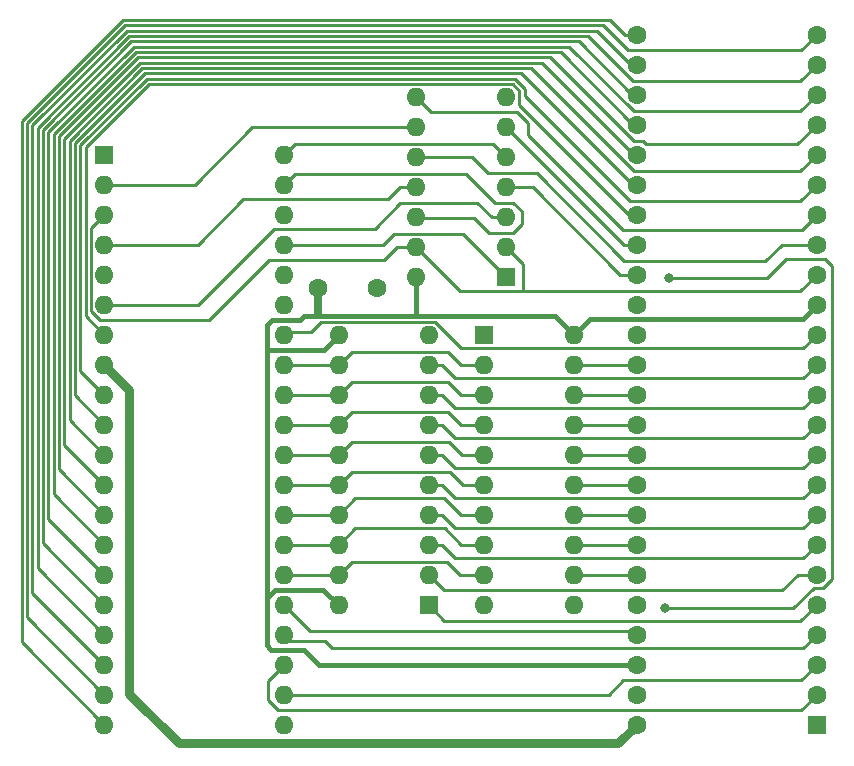
<source format=gtl>
G04 #@! TF.GenerationSoftware,KiCad,Pcbnew,(5.1.8)-1*
G04 #@! TF.CreationDate,2020-12-27T21:30:31-08:00*
G04 #@! TF.ProjectId,MCL65+,4d434c36-352b-42e6-9b69-6361645f7063,rev?*
G04 #@! TF.SameCoordinates,Original*
G04 #@! TF.FileFunction,Copper,L1,Top*
G04 #@! TF.FilePolarity,Positive*
%FSLAX46Y46*%
G04 Gerber Fmt 4.6, Leading zero omitted, Abs format (unit mm)*
G04 Created by KiCad (PCBNEW (5.1.8)-1) date 2020-12-27 21:30:31*
%MOMM*%
%LPD*%
G01*
G04 APERTURE LIST*
G04 #@! TA.AperFunction,ComponentPad*
%ADD10C,1.600000*%
G04 #@! TD*
G04 #@! TA.AperFunction,ComponentPad*
%ADD11O,1.600000X1.600000*%
G04 #@! TD*
G04 #@! TA.AperFunction,ComponentPad*
%ADD12R,1.600000X1.600000*%
G04 #@! TD*
G04 #@! TA.AperFunction,ViaPad*
%ADD13C,0.800000*%
G04 #@! TD*
G04 #@! TA.AperFunction,Conductor*
%ADD14C,0.250000*%
G04 #@! TD*
G04 #@! TA.AperFunction,Conductor*
%ADD15C,0.783400*%
G04 #@! TD*
G04 #@! TA.AperFunction,Conductor*
%ADD16C,0.304800*%
G04 #@! TD*
G04 #@! TA.AperFunction,Conductor*
%ADD17C,0.382080*%
G04 #@! TD*
G04 #@! TA.AperFunction,Conductor*
%ADD18C,0.635000*%
G04 #@! TD*
G04 APERTURE END LIST*
D10*
X95119200Y-105562400D03*
X90119200Y-105562400D03*
D11*
X98425000Y-104673400D03*
X106045000Y-89433400D03*
X98425000Y-102133400D03*
X106045000Y-91973400D03*
X98425000Y-99593400D03*
X106045000Y-94513400D03*
X98425000Y-97053400D03*
X106045000Y-97053400D03*
X98425000Y-94513400D03*
X106045000Y-99593400D03*
X98425000Y-91973400D03*
X106045000Y-102133400D03*
X98425000Y-89433400D03*
D12*
X106045000Y-104673400D03*
D11*
X91846400Y-132435600D03*
X99466400Y-109575600D03*
X91846400Y-129895600D03*
X99466400Y-112115600D03*
X91846400Y-127355600D03*
X99466400Y-114655600D03*
X91846400Y-124815600D03*
X99466400Y-117195600D03*
X91846400Y-122275600D03*
X99466400Y-119735600D03*
X91846400Y-119735600D03*
X99466400Y-122275600D03*
X91846400Y-117195600D03*
X99466400Y-124815600D03*
X91846400Y-114655600D03*
X99466400Y-127355600D03*
X91846400Y-112115600D03*
X99466400Y-129895600D03*
X91846400Y-109575600D03*
D12*
X99466400Y-132435600D03*
D10*
X117094000Y-142544800D03*
X117094000Y-140004800D03*
X117094000Y-137464800D03*
X117094000Y-134924800D03*
X117094000Y-132384800D03*
X117094000Y-129844800D03*
X117094000Y-127304800D03*
X117094000Y-124764800D03*
X117094000Y-122224800D03*
X117094000Y-119684800D03*
X117094000Y-117144800D03*
X117094000Y-114604800D03*
X117094000Y-112064800D03*
X117094000Y-109524800D03*
D12*
X132334000Y-142544800D03*
D10*
X132334000Y-140004800D03*
X132334000Y-137464800D03*
X132334000Y-134924800D03*
X132334000Y-132384800D03*
X132334000Y-129844800D03*
X132334000Y-127304800D03*
X132334000Y-124764800D03*
X132334000Y-122224800D03*
X132334000Y-119684800D03*
X132334000Y-117144800D03*
X132334000Y-114604800D03*
X132334000Y-112064800D03*
X117094000Y-106984800D03*
X117094000Y-104444800D03*
X117094000Y-101904800D03*
X117094000Y-99364800D03*
X117094000Y-96824800D03*
X117094000Y-94284800D03*
X117094000Y-91744800D03*
X117094000Y-89204800D03*
X117094000Y-86664800D03*
X117094000Y-84124800D03*
X132334000Y-84124800D03*
X132334000Y-86664800D03*
X132334000Y-89204800D03*
X132334000Y-91744800D03*
X132334000Y-109524800D03*
X132334000Y-106984800D03*
X132334000Y-104444800D03*
X132334000Y-94284800D03*
X132334000Y-96824800D03*
X132334000Y-99364800D03*
X132334000Y-101904800D03*
D12*
X72009000Y-94284800D03*
D11*
X87249000Y-142544800D03*
X72009000Y-96824800D03*
X87249000Y-140004800D03*
X72009000Y-99364800D03*
X87249000Y-137464800D03*
X72009000Y-101904800D03*
X87249000Y-134924800D03*
X72009000Y-104444800D03*
X87249000Y-132384800D03*
X72009000Y-106984800D03*
X87249000Y-129844800D03*
X72009000Y-109524800D03*
X87249000Y-127304800D03*
X72009000Y-112064800D03*
X87249000Y-124764800D03*
X72009000Y-114604800D03*
X87249000Y-122224800D03*
X72009000Y-117144800D03*
X87249000Y-119684800D03*
X72009000Y-119684800D03*
X87249000Y-117144800D03*
X72009000Y-122224800D03*
X87249000Y-114604800D03*
X72009000Y-124764800D03*
X87249000Y-112064800D03*
X72009000Y-127304800D03*
X87249000Y-109524800D03*
X72009000Y-129844800D03*
X87249000Y-106984800D03*
X72009000Y-132384800D03*
X87249000Y-104444800D03*
X72009000Y-134924800D03*
X87249000Y-101904800D03*
X72009000Y-137464800D03*
X87249000Y-99364800D03*
X72009000Y-140004800D03*
X87249000Y-96824800D03*
X72009000Y-142544800D03*
X87249000Y-94284800D03*
D12*
X104165400Y-109550200D03*
D11*
X111785400Y-132410200D03*
X104165400Y-112090200D03*
X111785400Y-129870200D03*
X104165400Y-114630200D03*
X111785400Y-127330200D03*
X104165400Y-117170200D03*
X111785400Y-124790200D03*
X104165400Y-119710200D03*
X111785400Y-122250200D03*
X104165400Y-122250200D03*
X111785400Y-119710200D03*
X104165400Y-124790200D03*
X111785400Y-117170200D03*
X104165400Y-127330200D03*
X111785400Y-114630200D03*
X104165400Y-129870200D03*
X111785400Y-112090200D03*
X104165400Y-132410200D03*
X111785400Y-109550200D03*
D13*
X119862600Y-104749600D03*
X119507000Y-132689600D03*
D14*
X84505800Y-91973400D02*
X98425000Y-91973400D01*
X79654400Y-96824800D02*
X84505800Y-91973400D01*
X72009000Y-96824800D02*
X79654400Y-96824800D01*
X115925600Y-138811000D02*
X114731800Y-140004800D01*
X114731800Y-140004800D02*
X87249000Y-140004800D01*
X130987800Y-138811000D02*
X115925600Y-138811000D01*
X132334000Y-137464800D02*
X130987800Y-138811000D01*
X85852000Y-138861800D02*
X87249000Y-137464800D01*
X85852000Y-140462000D02*
X85852000Y-138861800D01*
X86690200Y-141300200D02*
X85852000Y-140462000D01*
X131038600Y-141300200D02*
X86690200Y-141300200D01*
X132334000Y-140004800D02*
X131038600Y-141300200D01*
X97078800Y-97053400D02*
X98425000Y-97053400D01*
X96062800Y-98069400D02*
X97078800Y-97053400D01*
X83794600Y-98069400D02*
X96062800Y-98069400D01*
X79959200Y-101904800D02*
X83794600Y-98069400D01*
X72009000Y-101904800D02*
X79959200Y-101904800D01*
X87630000Y-135305800D02*
X87249000Y-134924800D01*
X87757000Y-135432800D02*
X87249000Y-134924800D01*
X90678000Y-135432800D02*
X87757000Y-135432800D01*
X91295001Y-136049801D02*
X90678000Y-135432800D01*
X131208999Y-136049801D02*
X91295001Y-136049801D01*
X132334000Y-134924800D02*
X131208999Y-136049801D01*
X117094000Y-134924800D02*
X116713000Y-135305800D01*
X89458800Y-134594600D02*
X87249000Y-132384800D01*
X116763800Y-134594600D02*
X89458800Y-134594600D01*
X117094000Y-134924800D02*
X116763800Y-134594600D01*
X97078800Y-98374200D02*
X103581200Y-98374200D01*
X104800400Y-99593400D02*
X106045000Y-99593400D01*
X94894400Y-100558600D02*
X97078800Y-98374200D01*
X103581200Y-98374200D02*
X104800400Y-99593400D01*
X86385400Y-100558600D02*
X94894400Y-100558600D01*
X79959200Y-106984800D02*
X86385400Y-100558600D01*
X72009000Y-106984800D02*
X79959200Y-106984800D01*
X91795600Y-129844800D02*
X91846400Y-129895600D01*
X87249000Y-129844800D02*
X91795600Y-129844800D01*
X102158800Y-129870200D02*
X104165400Y-129870200D01*
X101059199Y-128770599D02*
X102158800Y-129870200D01*
X92971401Y-128770599D02*
X101059199Y-128770599D01*
X91846400Y-129895600D02*
X92971401Y-128770599D01*
X70433989Y-107949789D02*
X72009000Y-109524800D01*
X70433989Y-93674809D02*
X70433989Y-107949789D01*
X106585001Y-88308399D02*
X75800399Y-88308399D01*
X75800399Y-88308399D02*
X70433989Y-93674809D01*
X107170001Y-88893399D02*
X106585001Y-88308399D01*
X107170001Y-90101201D02*
X107170001Y-88893399D01*
X116433600Y-99364800D02*
X107170001Y-90101201D01*
X117094000Y-99364800D02*
X116433600Y-99364800D01*
X91795600Y-127304800D02*
X91846400Y-127355600D01*
X87249000Y-127304800D02*
X91795600Y-127304800D01*
X102235000Y-127330200D02*
X104165400Y-127330200D01*
X100845401Y-125940601D02*
X102235000Y-127330200D01*
X93261399Y-125940601D02*
X100845401Y-125940601D01*
X91846400Y-127355600D02*
X93261399Y-125940601D01*
D15*
X74142600Y-114198400D02*
X72009000Y-112064800D01*
X74142600Y-139954000D02*
X74142600Y-114198400D01*
X78308200Y-144119600D02*
X74142600Y-139954000D01*
X115519200Y-144119600D02*
X78308200Y-144119600D01*
X117094000Y-142544800D02*
X115519200Y-144119600D01*
D14*
X91795600Y-124764800D02*
X91846400Y-124815600D01*
X87249000Y-124764800D02*
X91795600Y-124764800D01*
X102184200Y-124790200D02*
X104165400Y-124790200D01*
X100794601Y-123400601D02*
X102184200Y-124790200D01*
X93261399Y-123400601D02*
X100794601Y-123400601D01*
X91846400Y-124815600D02*
X93261399Y-123400601D01*
X132334000Y-96824800D02*
X130919001Y-98239799D01*
X107620011Y-89332011D02*
X116527799Y-98239799D01*
X107620011Y-88706999D02*
X107620011Y-89332011D01*
X106771402Y-87858390D02*
X107620011Y-88706999D01*
X116527799Y-98239799D02*
X130919001Y-98239799D01*
X75613999Y-87858389D02*
X106771402Y-87858390D01*
X69983980Y-112579780D02*
X69983980Y-93488408D01*
X69983980Y-93488408D02*
X75613999Y-87858389D01*
X72009000Y-114604800D02*
X69983980Y-112579780D01*
X91795600Y-122224800D02*
X91846400Y-122275600D01*
X87249000Y-122224800D02*
X91795600Y-122224800D01*
X102362000Y-122250200D02*
X104165400Y-122250200D01*
X101262399Y-121150599D02*
X102362000Y-122250200D01*
X92971401Y-121150599D02*
X101262399Y-121150599D01*
X91846400Y-122275600D02*
X92971401Y-121150599D01*
X116738400Y-96824800D02*
X117094000Y-96824800D01*
X107321980Y-87408380D02*
X116738400Y-96824800D01*
X75427600Y-87408380D02*
X107321980Y-87408380D01*
X69533971Y-93302007D02*
X75427600Y-87408380D01*
X69533971Y-114669771D02*
X69533971Y-93302007D01*
X72009000Y-117144800D02*
X69533971Y-114669771D01*
X91795600Y-119684800D02*
X91846400Y-119735600D01*
X87249000Y-119684800D02*
X91795600Y-119684800D01*
X102336600Y-119710200D02*
X104165400Y-119710200D01*
X101236999Y-118610599D02*
X102336600Y-119710200D01*
X92971401Y-118610599D02*
X101236999Y-118610599D01*
X91846400Y-119735600D02*
X92971401Y-118610599D01*
X132334000Y-94284800D02*
X130919001Y-95699799D01*
X116843997Y-95699799D02*
X130919001Y-95699799D01*
X108102568Y-86958370D02*
X116843997Y-95699799D01*
X75241200Y-86958370D02*
X108102568Y-86958370D01*
X69083962Y-93115606D02*
X75241200Y-86958370D01*
X69083961Y-116759761D02*
X69083962Y-93115606D01*
X72009000Y-119684800D02*
X69083961Y-116759761D01*
X91795600Y-117144800D02*
X91846400Y-117195600D01*
X87249000Y-117144800D02*
X91795600Y-117144800D01*
X102184200Y-117170200D02*
X104165400Y-117170200D01*
X101084599Y-116070599D02*
X102184200Y-117170200D01*
X92971401Y-116070599D02*
X101084599Y-116070599D01*
X91846400Y-117195600D02*
X92971401Y-116070599D01*
X116890800Y-94284800D02*
X117094000Y-94284800D01*
X109114360Y-86508360D02*
X116890800Y-94284800D01*
X75054800Y-86508360D02*
X109114360Y-86508360D01*
X68633953Y-92929205D02*
X75054800Y-86508360D01*
X68633953Y-118849753D02*
X68633953Y-92929205D01*
X72009000Y-122224800D02*
X68633953Y-118849753D01*
X91795600Y-114604800D02*
X91846400Y-114655600D01*
X87249000Y-114604800D02*
X91795600Y-114604800D01*
X102209600Y-114630200D02*
X104165400Y-114630200D01*
X101109999Y-113530599D02*
X102209600Y-114630200D01*
X92971401Y-113530599D02*
X101109999Y-113530599D01*
X91846400Y-114655600D02*
X92971401Y-113530599D01*
X117634001Y-93159799D02*
X117870002Y-93395800D01*
X130683000Y-93395800D02*
X132334000Y-91744800D01*
X117870002Y-93395800D02*
X130683000Y-93395800D01*
X116832599Y-93159799D02*
X117634001Y-93159799D01*
X109731150Y-86058350D02*
X116832599Y-93159799D01*
X74868400Y-86058350D02*
X109731150Y-86058350D01*
X68183944Y-92742804D02*
X74868400Y-86058350D01*
X68183943Y-120939743D02*
X68183944Y-92742804D01*
X72009000Y-124764800D02*
X68183943Y-120939743D01*
X91795600Y-112064800D02*
X91846400Y-112115600D01*
X87249000Y-112064800D02*
X91795600Y-112064800D01*
X101084599Y-110990599D02*
X102184200Y-112090200D01*
X92971401Y-110990599D02*
X101084599Y-110990599D01*
X102184200Y-112090200D02*
X104165400Y-112090200D01*
X91846400Y-112115600D02*
X92971401Y-110990599D01*
X116814600Y-91744800D02*
X117094000Y-91744800D01*
X110678141Y-85608341D02*
X116814600Y-91744800D01*
X67733935Y-92556403D02*
X74682001Y-85608341D01*
X67733935Y-123029735D02*
X67733935Y-92556403D01*
X74682001Y-85608341D02*
X110678141Y-85608341D01*
X72009000Y-127304800D02*
X67733935Y-123029735D01*
X89484200Y-109347000D02*
X87426800Y-109347000D01*
X100006401Y-108450599D02*
X90380601Y-108450599D01*
X102231003Y-110675201D02*
X100006401Y-108450599D01*
X115552001Y-110675201D02*
X102231003Y-110675201D01*
X87426800Y-109347000D02*
X87249000Y-109524800D01*
X115577401Y-110649801D02*
X115552001Y-110675201D01*
X90380601Y-108450599D02*
X89484200Y-109347000D01*
X131208999Y-110649801D02*
X115577401Y-110649801D01*
X132334000Y-109524800D02*
X131208999Y-110649801D01*
X132334000Y-89204800D02*
X130919001Y-90619799D01*
X111382529Y-85158331D02*
X116843997Y-90619799D01*
X116843997Y-90619799D02*
X130919001Y-90619799D01*
X74495601Y-85158331D02*
X111382529Y-85158331D01*
X67283926Y-92370002D02*
X74495601Y-85158331D01*
X67283926Y-125119726D02*
X67283926Y-92370002D01*
X72009000Y-129844800D02*
X67283926Y-125119726D01*
X116687600Y-89204800D02*
X117094000Y-89204800D01*
X112191121Y-84708321D02*
X116687600Y-89204800D01*
X74309201Y-84708321D02*
X112191121Y-84708321D01*
X66833917Y-92183601D02*
X74309201Y-84708321D01*
X66833916Y-127209716D02*
X66833917Y-92183601D01*
X72009000Y-132384800D02*
X66833916Y-127209716D01*
X130919001Y-88079799D02*
X132334000Y-86664800D01*
X116781799Y-88079799D02*
X130919001Y-88079799D01*
X112960311Y-84258311D02*
X116781799Y-88079799D01*
X74122801Y-84258311D02*
X112960311Y-84258311D01*
X66383908Y-91997200D02*
X74122801Y-84258311D01*
X66383908Y-129299708D02*
X66383908Y-91997200D01*
X72009000Y-134924800D02*
X66383908Y-129299708D01*
X87477600Y-102133400D02*
X87249000Y-101904800D01*
X116611400Y-86664800D02*
X117094000Y-86664800D01*
X113754901Y-83808301D02*
X116611400Y-86664800D01*
X73936401Y-83808301D02*
X113754901Y-83808301D01*
X65933898Y-131389698D02*
X65933899Y-91810799D01*
X65933899Y-91810799D02*
X73936401Y-83808301D01*
X72009000Y-137464800D02*
X65933898Y-131389698D01*
X131038600Y-85420200D02*
X132334000Y-84124800D01*
X114249200Y-83312000D02*
X116357400Y-85420200D01*
X116357400Y-85420200D02*
X131038600Y-85420200D01*
X73796288Y-83312000D02*
X114249200Y-83312000D01*
X65483890Y-91624398D02*
X73796288Y-83312000D01*
X65483890Y-133479690D02*
X65483890Y-91624398D01*
X72009000Y-140004800D02*
X65483890Y-133479690D01*
X65033881Y-135569681D02*
X72009000Y-142544800D01*
X65033881Y-91437997D02*
X65033881Y-135569681D01*
X73609888Y-82861990D02*
X65033881Y-91437997D01*
X114840590Y-82861990D02*
X73609888Y-82861990D01*
X116103400Y-84124800D02*
X114840590Y-82861990D01*
X117094000Y-84124800D02*
X116103400Y-84124800D01*
X111810800Y-132384800D02*
X111785400Y-132410200D01*
X104919999Y-93388399D02*
X106045000Y-94513400D01*
X88145401Y-93388399D02*
X104919999Y-93388399D01*
X87249000Y-94284800D02*
X88145401Y-93388399D01*
X99695000Y-90703400D02*
X98425000Y-89433400D01*
X106984800Y-90703400D02*
X99695000Y-90703400D01*
X107924600Y-91643200D02*
X106984800Y-90703400D01*
X107924600Y-92659200D02*
X107924600Y-91643200D01*
X115900200Y-100634800D02*
X107924600Y-92659200D01*
X131064000Y-100634800D02*
X115900200Y-100634800D01*
X71805800Y-99568000D02*
X72009000Y-99364800D01*
X117094000Y-101357398D02*
X117094000Y-101904800D01*
X115976400Y-101904800D02*
X117094000Y-101904800D01*
X106045000Y-91973400D02*
X115976400Y-101904800D01*
D16*
X117094000Y-137464800D02*
X116941600Y-137617200D01*
D17*
X131142959Y-108175841D02*
X113159759Y-108175841D01*
X132334000Y-106984800D02*
X131142959Y-108175841D01*
X90601800Y-110820200D02*
X91846400Y-109575600D01*
X85928200Y-110820200D02*
X90601800Y-110820200D01*
X111785400Y-109550200D02*
X110169749Y-107934549D01*
D14*
X98425000Y-107645200D02*
X98135651Y-107934549D01*
D17*
X98425000Y-104673400D02*
X98425000Y-107645200D01*
X110169749Y-107934549D02*
X98135651Y-107934549D01*
X85775800Y-110972600D02*
X85928200Y-110820200D01*
X85775800Y-108686600D02*
X85775800Y-110972600D01*
X86207600Y-108254800D02*
X85775800Y-108686600D01*
X88569800Y-108254800D02*
X86207600Y-108254800D01*
X88890051Y-107934549D02*
X88569800Y-108254800D01*
X85775800Y-131826000D02*
X85775800Y-110972600D01*
X86487000Y-131114800D02*
X90525600Y-131114800D01*
X90525600Y-131114800D02*
X91846400Y-132435600D01*
X85775800Y-131826000D02*
X86487000Y-131114800D01*
X85775800Y-135839200D02*
X85775800Y-131826000D01*
X86156800Y-136220200D02*
X85775800Y-135839200D01*
X88950800Y-136220200D02*
X86156800Y-136220200D01*
X90195400Y-137464800D02*
X88950800Y-136220200D01*
X117094000Y-137464800D02*
X90195400Y-137464800D01*
D14*
X117068600Y-129870200D02*
X117094000Y-129844800D01*
X111785400Y-129870200D02*
X117068600Y-129870200D01*
X117068600Y-127330200D02*
X117094000Y-127304800D01*
X111785400Y-127330200D02*
X117068600Y-127330200D01*
X117068600Y-124790200D02*
X117094000Y-124764800D01*
X111785400Y-124790200D02*
X117068600Y-124790200D01*
X117068600Y-122250200D02*
X117094000Y-122224800D01*
X111785400Y-122250200D02*
X117068600Y-122250200D01*
X117068600Y-119710200D02*
X117094000Y-119684800D01*
X111785400Y-119710200D02*
X117068600Y-119710200D01*
X117068600Y-117170200D02*
X117094000Y-117144800D01*
X111785400Y-117170200D02*
X117068600Y-117170200D01*
X117068600Y-114630200D02*
X117094000Y-114604800D01*
X111785400Y-114630200D02*
X117068600Y-114630200D01*
X117068600Y-112090200D02*
X117094000Y-112064800D01*
X111785400Y-112090200D02*
X117068600Y-112090200D01*
X129387600Y-131165600D02*
X130708400Y-129844800D01*
X100736400Y-131165600D02*
X129387600Y-131165600D01*
X130708400Y-129844800D02*
X132334000Y-129844800D01*
X99466400Y-129895600D02*
X100736400Y-131165600D01*
X131183599Y-113215201D02*
X132334000Y-112064800D01*
X101697371Y-113215201D02*
X131183599Y-113215201D01*
X100597770Y-112115600D02*
X101697371Y-113215201D01*
X99466400Y-112115600D02*
X100597770Y-112115600D01*
X101697371Y-115755201D02*
X131183599Y-115755201D01*
X100597770Y-114655600D02*
X101697371Y-115755201D01*
X131183599Y-115755201D02*
X132334000Y-114604800D01*
X99466400Y-114655600D02*
X100597770Y-114655600D01*
X131183599Y-118295201D02*
X132334000Y-117144800D01*
X101697371Y-118295201D02*
X131183599Y-118295201D01*
X100597770Y-117195600D02*
X101697371Y-118295201D01*
X99466400Y-117195600D02*
X100597770Y-117195600D01*
X101697371Y-120835201D02*
X131183599Y-120835201D01*
X131183599Y-120835201D02*
X132334000Y-119684800D01*
X100597770Y-119735600D02*
X101697371Y-120835201D01*
X99466400Y-119735600D02*
X100597770Y-119735600D01*
X131183599Y-123375201D02*
X132334000Y-122224800D01*
X101697371Y-123375201D02*
X131183599Y-123375201D01*
X100597770Y-122275600D02*
X101697371Y-123375201D01*
X99466400Y-122275600D02*
X100597770Y-122275600D01*
X131183599Y-125915201D02*
X132334000Y-124764800D01*
X101697371Y-125915201D02*
X131183599Y-125915201D01*
X100597770Y-124815600D02*
X101697371Y-125915201D01*
X99466400Y-124815600D02*
X100597770Y-124815600D01*
X101697371Y-128455201D02*
X131183599Y-128455201D01*
X131183599Y-128455201D02*
X132334000Y-127304800D01*
X100597770Y-127355600D02*
X101697371Y-128455201D01*
X99466400Y-127355600D02*
X100597770Y-127355600D01*
X100812600Y-133781800D02*
X99466400Y-132435600D01*
X130937000Y-133781800D02*
X100812600Y-133781800D01*
X132334000Y-132384800D02*
X130937000Y-133781800D01*
X102379999Y-101008399D02*
X106045000Y-104673400D01*
X96527401Y-101008399D02*
X102379999Y-101008399D01*
X95631000Y-101904800D02*
X96527401Y-101008399D01*
X87249000Y-101904800D02*
X95631000Y-101904800D01*
X119862600Y-104749600D02*
X128092200Y-104749600D01*
X128092200Y-104749600D02*
X129692400Y-103149400D01*
X129692400Y-103149400D02*
X133070600Y-103149400D01*
X133070600Y-103149400D02*
X133654800Y-103733600D01*
X133654800Y-103733600D02*
X133654800Y-130189002D01*
X133654800Y-130189002D02*
X132874001Y-130969801D01*
X132874001Y-130969801D02*
X132083997Y-130969801D01*
X132083997Y-130969801D02*
X130364198Y-132689600D01*
X130364198Y-132689600D02*
X119507000Y-132689600D01*
X106095800Y-102184200D02*
X106045000Y-102133400D01*
X102108000Y-105816400D02*
X98425000Y-102133400D01*
X107492800Y-103581200D02*
X107492800Y-105816400D01*
X106045000Y-102133400D02*
X107492800Y-103581200D01*
X107492800Y-105816400D02*
X102108000Y-105816400D01*
X96799400Y-102133400D02*
X98425000Y-102133400D01*
X85953600Y-103200200D02*
X95732600Y-103200200D01*
X80899000Y-108254800D02*
X85953600Y-103200200D01*
X71613998Y-108254800D02*
X80899000Y-108254800D01*
X70883999Y-107524801D02*
X71613998Y-108254800D01*
X70883999Y-100489801D02*
X70883999Y-107524801D01*
X95732600Y-103200200D02*
X96799400Y-102133400D01*
X72009000Y-99364800D02*
X70883999Y-100489801D01*
X132334000Y-104444800D02*
X130948598Y-105830202D01*
X130948598Y-105830202D02*
X118701798Y-105830202D01*
X118701798Y-105830202D02*
X118687996Y-105816400D01*
X118687996Y-105816400D02*
X107492800Y-105816400D01*
X90119200Y-107797600D02*
X89982251Y-107934549D01*
D18*
X90119200Y-105562400D02*
X90119200Y-107797600D01*
D17*
X89982251Y-107934549D02*
X88890051Y-107934549D01*
X98135651Y-107934549D02*
X89982251Y-107934549D01*
X113159759Y-108175841D02*
X111785400Y-109550200D01*
D14*
X103352600Y-99618800D02*
X98450400Y-99618800D01*
X106654600Y-100888800D02*
X104622600Y-100888800D01*
X105054400Y-98348800D02*
X106603800Y-98348800D01*
X98450400Y-99618800D02*
X98425000Y-99593400D01*
X106603800Y-98348800D02*
X107340400Y-99085400D01*
X102633999Y-95928399D02*
X105054400Y-98348800D01*
X104622600Y-100888800D02*
X103352600Y-99618800D01*
X107340400Y-99085400D02*
X107340400Y-100203000D01*
X88145401Y-95928399D02*
X102633999Y-95928399D01*
X107340400Y-100203000D02*
X106654600Y-100888800D01*
X87249000Y-96824800D02*
X88145401Y-95928399D01*
X108280200Y-97053400D02*
X106045000Y-97053400D01*
X115671600Y-104444800D02*
X108280200Y-97053400D01*
X117094000Y-104444800D02*
X115671600Y-104444800D01*
X132334000Y-101904800D02*
X129362200Y-101904800D01*
X103174800Y-94513400D02*
X98425000Y-94513400D01*
X104521000Y-95859600D02*
X103174800Y-94513400D01*
X127990600Y-103276400D02*
X116027200Y-103276400D01*
X108610400Y-95859600D02*
X104521000Y-95859600D01*
X116027200Y-103276400D02*
X108610400Y-95859600D01*
X129362200Y-101904800D02*
X127990600Y-103276400D01*
X132334000Y-99364800D02*
X131064000Y-100634800D01*
M02*

</source>
